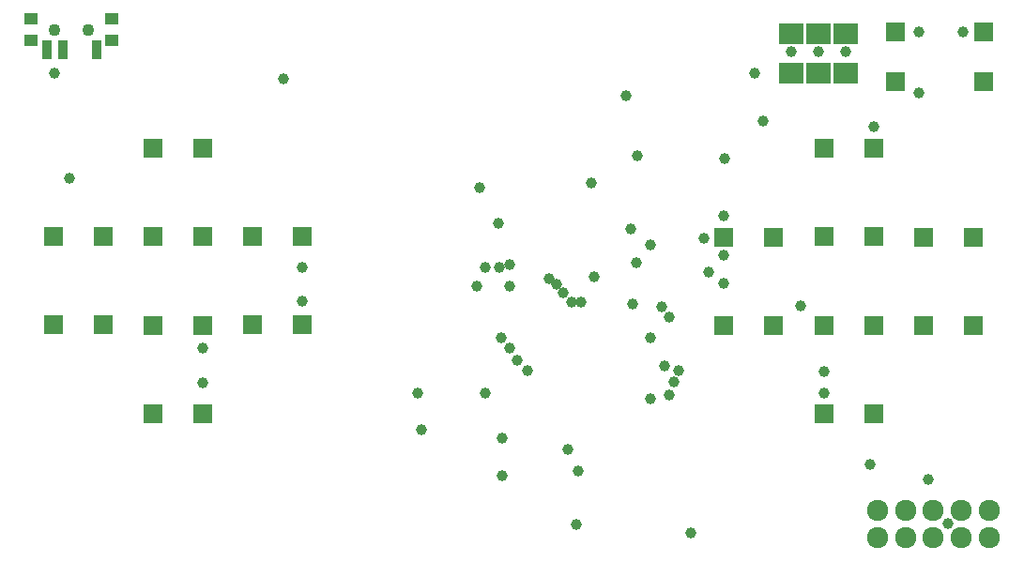
<source format=gts>
G04 #@! TF.FileFunction,Soldermask,Top*
%FSLAX46Y46*%
G04 Gerber Fmt 4.6, Leading zero omitted, Abs format (unit mm)*
G04 Created by KiCad (PCBNEW 4.0.2+dfsg1-stable) date Sat 12 May 2018 06:52:34 PM EDT*
%MOMM*%
G01*
G04 APERTURE LIST*
%ADD10C,0.100000*%
%ADD11R,2.200000X1.900000*%
%ADD12C,1.924000*%
%ADD13R,1.750000X1.750000*%
%ADD14R,0.900000X1.700000*%
%ADD15R,1.200000X1.000000*%
%ADD16C,1.100000*%
%ADD17C,1.000000*%
G04 APERTURE END LIST*
D10*
D11*
X173100000Y-75700000D03*
X173100000Y-79300000D03*
X175550000Y-75700000D03*
X175550000Y-79300000D03*
X178000000Y-75700000D03*
X178000000Y-79300000D03*
D12*
X190900000Y-118700000D03*
X188400000Y-118700000D03*
X185900000Y-118700000D03*
X183400000Y-118700000D03*
X180900000Y-118700000D03*
X180900000Y-121200000D03*
X183400000Y-121200000D03*
X185900000Y-121200000D03*
X188400000Y-121200000D03*
X190900000Y-121200000D03*
D13*
X115500000Y-102000000D03*
X115500000Y-109950000D03*
X120000000Y-109950000D03*
X120000000Y-102000000D03*
X124500000Y-94000000D03*
X124500000Y-101950000D03*
X129000000Y-101950000D03*
X129000000Y-94000000D03*
X106500000Y-94000000D03*
X106500000Y-101950000D03*
X111000000Y-101950000D03*
X111000000Y-94000000D03*
X115500000Y-86000000D03*
X115500000Y-93950000D03*
X120000000Y-93950000D03*
X120000000Y-86000000D03*
X180500000Y-110000000D03*
X180500000Y-102050000D03*
X176000000Y-102050000D03*
X176000000Y-110000000D03*
X189500000Y-102000000D03*
X189500000Y-94050000D03*
X185000000Y-94050000D03*
X185000000Y-102000000D03*
X171500000Y-102000000D03*
X171500000Y-94050000D03*
X167000000Y-94050000D03*
X167000000Y-102000000D03*
X180500000Y-94000000D03*
X180500000Y-86050000D03*
X176000000Y-86050000D03*
X176000000Y-94000000D03*
X190450000Y-75550000D03*
X182500000Y-75550000D03*
X182500000Y-80050000D03*
X190450000Y-80050000D03*
D14*
X105900000Y-77100000D03*
X107400000Y-77100000D03*
X110400000Y-77100000D03*
D15*
X111800000Y-74385000D03*
X111800000Y-76315000D03*
X104500000Y-74385000D03*
X104500000Y-76315000D03*
D16*
X109650000Y-75350000D03*
X106650000Y-75350000D03*
D17*
X107950000Y-88750000D03*
X127300000Y-79750000D03*
X106600000Y-79300000D03*
X153850000Y-115150000D03*
X160350000Y-94750000D03*
X160350000Y-103100000D03*
X153650000Y-120000000D03*
X164000000Y-120750000D03*
X180200000Y-114550000D03*
X160350000Y-108650000D03*
X169800000Y-79300000D03*
X147000000Y-115600000D03*
X147000000Y-112200000D03*
X184600000Y-81000000D03*
X146750000Y-96750000D03*
X173100000Y-77350000D03*
X175550000Y-77350000D03*
X155300000Y-97600000D03*
X178000000Y-77300000D03*
X158600000Y-93300000D03*
X151250000Y-97790000D03*
X151890000Y-98350000D03*
X153220000Y-99880000D03*
X185470000Y-115940000D03*
X187190000Y-119930000D03*
X152530000Y-99050000D03*
X152900000Y-113250000D03*
X139700000Y-111450000D03*
X139400000Y-108100000D03*
X145450000Y-108100000D03*
X159100000Y-96400000D03*
X158750000Y-100050000D03*
X162100000Y-101300000D03*
X165200000Y-94150000D03*
X167000000Y-92150000D03*
X161350000Y-100300000D03*
X120000000Y-107200000D03*
X120000000Y-104050000D03*
X149250000Y-106100000D03*
X129000000Y-96750000D03*
X129000000Y-99800000D03*
X147700000Y-104100000D03*
X148350000Y-105150000D03*
X146950000Y-103100000D03*
X176000000Y-106200000D03*
X176000000Y-108150000D03*
X162050000Y-108300000D03*
X162450000Y-107150000D03*
X167000000Y-98200000D03*
X167000000Y-95700000D03*
X162900000Y-106100000D03*
X161650000Y-105650000D03*
X155000000Y-89200000D03*
X154150000Y-99900000D03*
X173900000Y-100250000D03*
X165650000Y-97200000D03*
X159200000Y-86700000D03*
X158200000Y-81250000D03*
X147650000Y-98500000D03*
X147650000Y-96500000D03*
X145450000Y-96800000D03*
X144750000Y-98500000D03*
X170550000Y-83550000D03*
X167100000Y-87000000D03*
X144950000Y-89550000D03*
X146650000Y-92800000D03*
X188550000Y-75550000D03*
X184600000Y-75550000D03*
X180500000Y-84050000D03*
M02*

</source>
